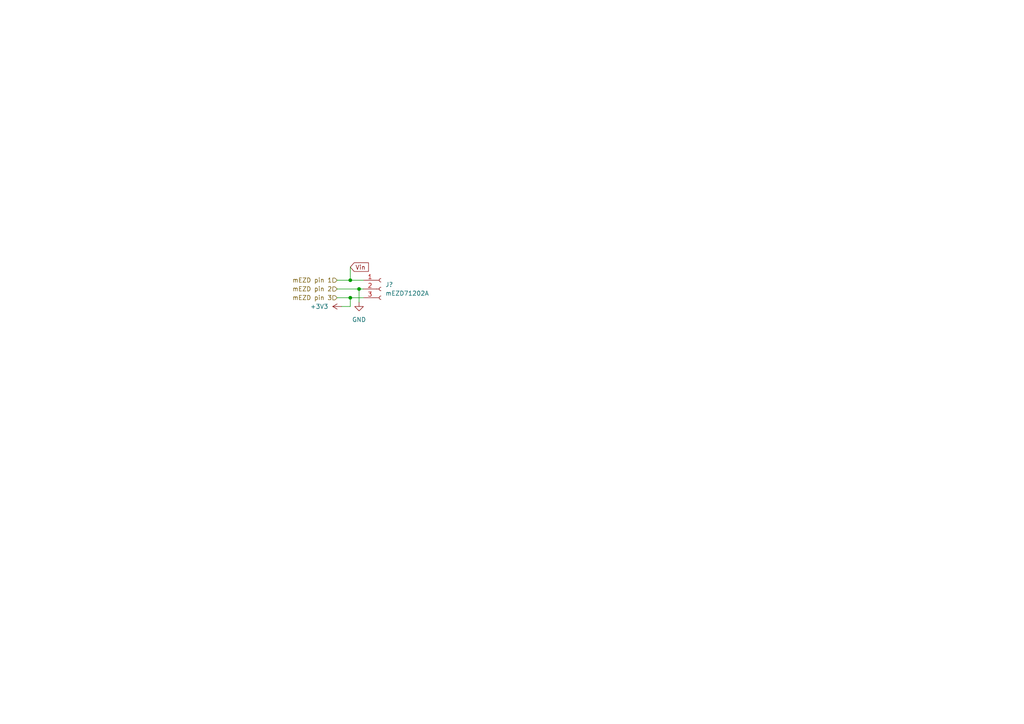
<source format=kicad_sch>
(kicad_sch (version 20211123) (generator eeschema)

  (uuid 3227329c-eea6-4834-8725-8c9fc346ba10)

  (paper "A4")

  (lib_symbols
    (symbol "Connector:Conn_01x03_Female" (pin_names (offset 1.016) hide) (in_bom yes) (on_board yes)
      (property "Reference" "J" (id 0) (at 0 5.08 0)
        (effects (font (size 1.27 1.27)))
      )
      (property "Value" "Conn_01x03_Female" (id 1) (at 0 -5.08 0)
        (effects (font (size 1.27 1.27)))
      )
      (property "Footprint" "" (id 2) (at 0 0 0)
        (effects (font (size 1.27 1.27)) hide)
      )
      (property "Datasheet" "~" (id 3) (at 0 0 0)
        (effects (font (size 1.27 1.27)) hide)
      )
      (property "ki_keywords" "connector" (id 4) (at 0 0 0)
        (effects (font (size 1.27 1.27)) hide)
      )
      (property "ki_description" "Generic connector, single row, 01x03, script generated (kicad-library-utils/schlib/autogen/connector/)" (id 5) (at 0 0 0)
        (effects (font (size 1.27 1.27)) hide)
      )
      (property "ki_fp_filters" "Connector*:*_1x??_*" (id 6) (at 0 0 0)
        (effects (font (size 1.27 1.27)) hide)
      )
      (symbol "Conn_01x03_Female_1_1"
        (arc (start 0 -2.032) (mid -0.508 -2.54) (end 0 -3.048)
          (stroke (width 0.1524) (type default) (color 0 0 0 0))
          (fill (type none))
        )
        (polyline
          (pts
            (xy -1.27 -2.54)
            (xy -0.508 -2.54)
          )
          (stroke (width 0.1524) (type default) (color 0 0 0 0))
          (fill (type none))
        )
        (polyline
          (pts
            (xy -1.27 0)
            (xy -0.508 0)
          )
          (stroke (width 0.1524) (type default) (color 0 0 0 0))
          (fill (type none))
        )
        (polyline
          (pts
            (xy -1.27 2.54)
            (xy -0.508 2.54)
          )
          (stroke (width 0.1524) (type default) (color 0 0 0 0))
          (fill (type none))
        )
        (arc (start 0 0.508) (mid -0.508 0) (end 0 -0.508)
          (stroke (width 0.1524) (type default) (color 0 0 0 0))
          (fill (type none))
        )
        (arc (start 0 3.048) (mid -0.508 2.54) (end 0 2.032)
          (stroke (width 0.1524) (type default) (color 0 0 0 0))
          (fill (type none))
        )
        (pin passive line (at -5.08 2.54 0) (length 3.81)
          (name "Pin_1" (effects (font (size 1.27 1.27))))
          (number "1" (effects (font (size 1.27 1.27))))
        )
        (pin passive line (at -5.08 0 0) (length 3.81)
          (name "Pin_2" (effects (font (size 1.27 1.27))))
          (number "2" (effects (font (size 1.27 1.27))))
        )
        (pin passive line (at -5.08 -2.54 0) (length 3.81)
          (name "Pin_3" (effects (font (size 1.27 1.27))))
          (number "3" (effects (font (size 1.27 1.27))))
        )
      )
    )
    (symbol "power:+3.3V" (power) (pin_names (offset 0)) (in_bom yes) (on_board yes)
      (property "Reference" "#PWR" (id 0) (at 0 -3.81 0)
        (effects (font (size 1.27 1.27)) hide)
      )
      (property "Value" "+3.3V" (id 1) (at 0 3.556 0)
        (effects (font (size 1.27 1.27)))
      )
      (property "Footprint" "" (id 2) (at 0 0 0)
        (effects (font (size 1.27 1.27)) hide)
      )
      (property "Datasheet" "" (id 3) (at 0 0 0)
        (effects (font (size 1.27 1.27)) hide)
      )
      (property "ki_keywords" "power-flag" (id 4) (at 0 0 0)
        (effects (font (size 1.27 1.27)) hide)
      )
      (property "ki_description" "Power symbol creates a global label with name \"+3.3V\"" (id 5) (at 0 0 0)
        (effects (font (size 1.27 1.27)) hide)
      )
      (symbol "+3.3V_0_1"
        (polyline
          (pts
            (xy -0.762 1.27)
            (xy 0 2.54)
          )
          (stroke (width 0) (type default) (color 0 0 0 0))
          (fill (type none))
        )
        (polyline
          (pts
            (xy 0 0)
            (xy 0 2.54)
          )
          (stroke (width 0) (type default) (color 0 0 0 0))
          (fill (type none))
        )
        (polyline
          (pts
            (xy 0 2.54)
            (xy 0.762 1.27)
          )
          (stroke (width 0) (type default) (color 0 0 0 0))
          (fill (type none))
        )
      )
      (symbol "+3.3V_1_1"
        (pin power_in line (at 0 0 90) (length 0) hide
          (name "+3V3" (effects (font (size 1.27 1.27))))
          (number "1" (effects (font (size 1.27 1.27))))
        )
      )
    )
    (symbol "power:GND" (power) (pin_names (offset 0)) (in_bom yes) (on_board yes)
      (property "Reference" "#PWR" (id 0) (at 0 -6.35 0)
        (effects (font (size 1.27 1.27)) hide)
      )
      (property "Value" "GND" (id 1) (at 0 -3.81 0)
        (effects (font (size 1.27 1.27)))
      )
      (property "Footprint" "" (id 2) (at 0 0 0)
        (effects (font (size 1.27 1.27)) hide)
      )
      (property "Datasheet" "" (id 3) (at 0 0 0)
        (effects (font (size 1.27 1.27)) hide)
      )
      (property "ki_keywords" "power-flag" (id 4) (at 0 0 0)
        (effects (font (size 1.27 1.27)) hide)
      )
      (property "ki_description" "Power symbol creates a global label with name \"GND\" , ground" (id 5) (at 0 0 0)
        (effects (font (size 1.27 1.27)) hide)
      )
      (symbol "GND_0_1"
        (polyline
          (pts
            (xy 0 0)
            (xy 0 -1.27)
            (xy 1.27 -1.27)
            (xy 0 -2.54)
            (xy -1.27 -1.27)
            (xy 0 -1.27)
          )
          (stroke (width 0) (type default) (color 0 0 0 0))
          (fill (type none))
        )
      )
      (symbol "GND_1_1"
        (pin power_in line (at 0 0 270) (length 0) hide
          (name "GND" (effects (font (size 1.27 1.27))))
          (number "1" (effects (font (size 1.27 1.27))))
        )
      )
    )
  )

  (junction (at 104.14 83.82) (diameter 0) (color 0 0 0 0)
    (uuid 1328dc7b-4fcd-4525-82da-bbfe29a76490)
  )
  (junction (at 101.6 81.28) (diameter 0) (color 0 0 0 0)
    (uuid 6581730d-97b2-4c17-a8d3-0111c9279ea4)
  )
  (junction (at 101.6 86.36) (diameter 0) (color 0 0 0 0)
    (uuid 8ecd20e4-9b51-42da-913d-2a3614e0d2dc)
  )

  (wire (pts (xy 104.14 83.82) (xy 105.41 83.82))
    (stroke (width 0) (type default) (color 0 0 0 0))
    (uuid 199dc968-dcb0-4976-af8c-b6f44d2b5879)
  )
  (wire (pts (xy 101.6 81.28) (xy 105.41 81.28))
    (stroke (width 0) (type default) (color 0 0 0 0))
    (uuid 5c8fcc1f-b024-40ee-a7e7-2a76f8c571d0)
  )
  (wire (pts (xy 97.79 83.82) (xy 104.14 83.82))
    (stroke (width 0) (type default) (color 0 0 0 0))
    (uuid 7e0db739-e857-4d50-b0c5-2263d0c5076c)
  )
  (wire (pts (xy 97.79 86.36) (xy 101.6 86.36))
    (stroke (width 0) (type default) (color 0 0 0 0))
    (uuid 828daa1a-d545-4f33-8198-9e842419e2c9)
  )
  (wire (pts (xy 101.6 88.9) (xy 101.6 86.36))
    (stroke (width 0) (type default) (color 0 0 0 0))
    (uuid aa73b7d4-cf03-49ce-9d34-4a8f2c3d1b66)
  )
  (wire (pts (xy 101.6 86.36) (xy 105.41 86.36))
    (stroke (width 0) (type default) (color 0 0 0 0))
    (uuid b672c079-ef56-425b-8ad8-02f78f1dd3e9)
  )
  (wire (pts (xy 97.79 81.28) (xy 101.6 81.28))
    (stroke (width 0) (type default) (color 0 0 0 0))
    (uuid c46fd58e-bf9f-4e01-9907-54576a2d1950)
  )
  (wire (pts (xy 101.6 77.47) (xy 101.6 81.28))
    (stroke (width 0) (type default) (color 0 0 0 0))
    (uuid c7674ebf-6202-4548-bff5-b7490d7667e5)
  )
  (wire (pts (xy 99.06 88.9) (xy 101.6 88.9))
    (stroke (width 0) (type default) (color 0 0 0 0))
    (uuid d487356c-78e8-47d4-aae5-e9385d6346ec)
  )
  (wire (pts (xy 104.14 83.82) (xy 104.14 87.63))
    (stroke (width 0) (type default) (color 0 0 0 0))
    (uuid ecbcf82e-07cb-4bf2-bb0e-cbb5f73bc9b6)
  )

  (global_label "Vin" (shape input) (at 101.6 77.47 0) (fields_autoplaced)
    (effects (font (size 1.27 1.27)) (justify left))
    (uuid fb936c27-004d-47ae-9ec1-393a452c3901)
    (property "Intersheet References" "${INTERSHEET_REFS}" (id 0) (at 106.8555 77.3906 0)
      (effects (font (size 1.27 1.27)) (justify left) hide)
    )
  )

  (hierarchical_label "mEZD pin 3" (shape input) (at 97.79 86.36 180)
    (effects (font (size 1.27 1.27)) (justify right))
    (uuid 2fa51765-a1f0-475a-a921-a02b7b5d32a5)
  )
  (hierarchical_label "mEZD pin 2" (shape input) (at 97.79 83.82 180)
    (effects (font (size 1.27 1.27)) (justify right))
    (uuid ebd46f27-1d49-4ccd-b253-1e9e79e827f0)
  )
  (hierarchical_label "mEZD pin 1" (shape input) (at 97.79 81.28 180)
    (effects (font (size 1.27 1.27)) (justify right))
    (uuid ee82a70b-3c13-43b5-9baa-8cb731caccf7)
  )

  (symbol (lib_id "power:GND") (at 104.14 87.63 0) (unit 1)
    (in_bom yes) (on_board yes) (fields_autoplaced)
    (uuid 541a6132-b217-4c00-af75-e0defce679fd)
    (property "Reference" "#PWR?" (id 0) (at 104.14 93.98 0)
      (effects (font (size 1.27 1.27)) hide)
    )
    (property "Value" "GND" (id 1) (at 104.14 92.71 0))
    (property "Footprint" "" (id 2) (at 104.14 87.63 0)
      (effects (font (size 1.27 1.27)) hide)
    )
    (property "Datasheet" "" (id 3) (at 104.14 87.63 0)
      (effects (font (size 1.27 1.27)) hide)
    )
    (pin "1" (uuid 11d0eb60-fe76-4139-95d6-3353c81c2829))
  )

  (symbol (lib_id "Connector:Conn_01x03_Female") (at 110.49 83.82 0) (unit 1)
    (in_bom yes) (on_board yes) (fields_autoplaced)
    (uuid 7ef0059e-d218-41cf-901b-3dc3528106a3)
    (property "Reference" "J?" (id 0) (at 111.76 82.5499 0)
      (effects (font (size 1.27 1.27)) (justify left))
    )
    (property "Value" "mEZD71202A" (id 1) (at 111.76 85.0899 0)
      (effects (font (size 1.27 1.27)) (justify left))
    )
    (property "Footprint" "" (id 2) (at 110.49 83.82 0)
      (effects (font (size 1.27 1.27)) hide)
    )
    (property "Datasheet" "~" (id 3) (at 110.49 83.82 0)
      (effects (font (size 1.27 1.27)) hide)
    )
    (pin "1" (uuid 86c2d2de-f165-414a-828c-be6ee4637cb5))
    (pin "2" (uuid 1f4b182f-71c6-4a84-b787-0de543fdafb3))
    (pin "3" (uuid 8ab5b89b-cf0f-4f13-ab32-9994deeb8dfe))
  )

  (symbol (lib_id "power:+3.3V") (at 99.06 88.9 90) (unit 1)
    (in_bom yes) (on_board yes) (fields_autoplaced)
    (uuid d6a27c1c-773b-4f16-8496-16c55cad48a4)
    (property "Reference" "#PWR?" (id 0) (at 102.87 88.9 0)
      (effects (font (size 1.27 1.27)) hide)
    )
    (property "Value" "+3.3V" (id 1) (at 95.25 88.8999 90)
      (effects (font (size 1.27 1.27)) (justify left))
    )
    (property "Footprint" "" (id 2) (at 99.06 88.9 0)
      (effects (font (size 1.27 1.27)) hide)
    )
    (property "Datasheet" "" (id 3) (at 99.06 88.9 0)
      (effects (font (size 1.27 1.27)) hide)
    )
    (pin "1" (uuid 8e39f13a-5b48-4ee9-ada6-f631f5cde54d))
  )
)

</source>
